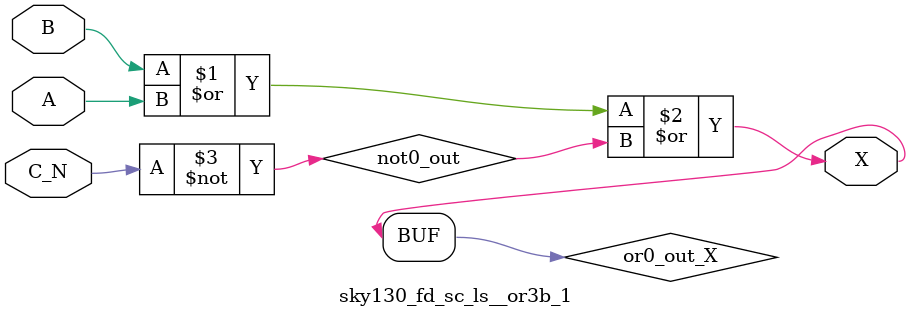
<source format=v>
/*
 * Copyright 2020 The SkyWater PDK Authors
 *
 * Licensed under the Apache License, Version 2.0 (the "License");
 * you may not use this file except in compliance with the License.
 * You may obtain a copy of the License at
 *
 *     https://www.apache.org/licenses/LICENSE-2.0
 *
 * Unless required by applicable law or agreed to in writing, software
 * distributed under the License is distributed on an "AS IS" BASIS,
 * WITHOUT WARRANTIES OR CONDITIONS OF ANY KIND, either express or implied.
 * See the License for the specific language governing permissions and
 * limitations under the License.
 *
 * SPDX-License-Identifier: Apache-2.0
*/


`ifndef SKY130_FD_SC_LS__OR3B_1_FUNCTIONAL_V
`define SKY130_FD_SC_LS__OR3B_1_FUNCTIONAL_V

/**
 * or3b: 3-input OR, first input inverted.
 *
 * Verilog simulation functional model.
 */

`timescale 1ns / 1ps
`default_nettype none

`celldefine
module sky130_fd_sc_ls__or3b_1 (
    X  ,
    A  ,
    B  ,
    C_N
);

    // Module ports
    output X  ;
    input  A  ;
    input  B  ;
    input  C_N;

    // Local signals
    wire not0_out ;
    wire or0_out_X;

    //  Name  Output     Other arguments
    not not0 (not0_out , C_N            );
    or  or0  (or0_out_X, B, A, not0_out );
    buf buf0 (X        , or0_out_X      );

endmodule
`endcelldefine

`default_nettype wire
`endif  // SKY130_FD_SC_LS__OR3B_1_FUNCTIONAL_V

</source>
